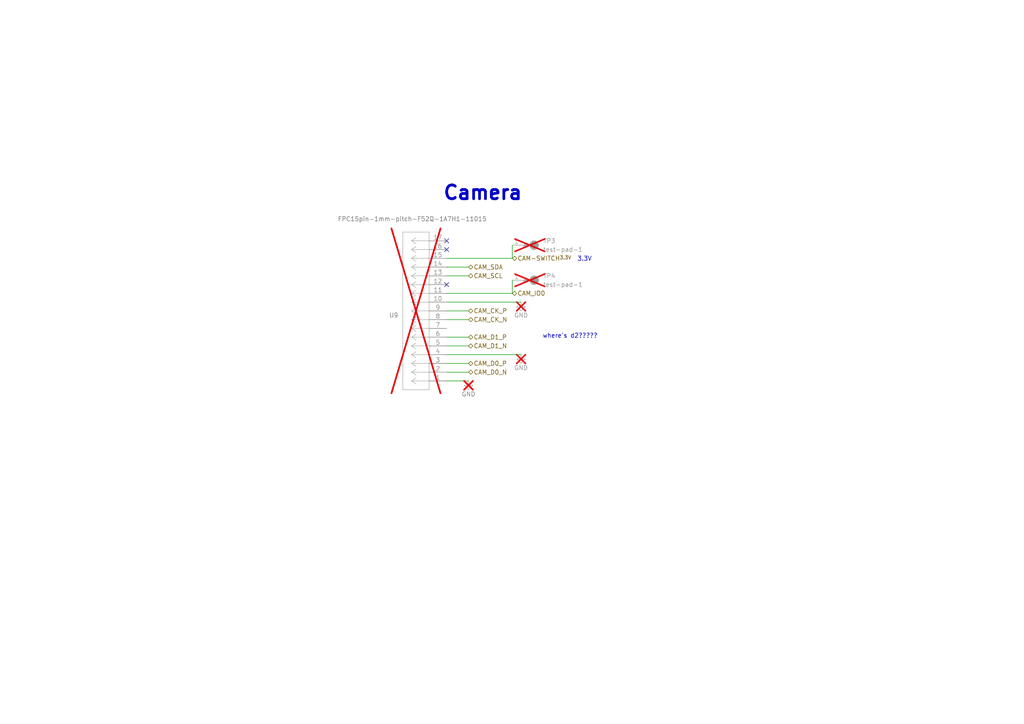
<source format=kicad_sch>
(kicad_sch (version 20250114) (generator "eeschema") (generator_version "9.0")
  (paper "A4")
  (lib_symbols
    (symbol "GND_1" (power) (pin_names (offset 0))
      (property "Value" "GND" (at 0 -3.81 0))
      (symbol "GND_1_0_1"
        (polyline (pts (xy 0 0) (xy 0 -1.27) (xy 1.27 -1.27) (xy 0 -2.54) (xy -1.27 -1.27) (xy 0 -1.27)))
      )
      (symbol "GND_1_1_1"
        (pin power_in line (at 0 0 270) (length 0) (hide yes) (name "GND") (number "1"))
      )
    )
    (symbol "GND_2" (power) (pin_names (offset 0))
      (property "Value" "GND" (at 0 -3.81 0))
      (symbol "GND_2_0_1"
        (polyline (pts (xy 0 0) (xy 0 -1.27) (xy 1.27 -1.27) (xy 0 -2.54) (xy -1.27 -1.27) (xy 0 -1.27)))
      )
      (symbol "GND_2_1_1"
        (pin power_in line (at 0 0 270) (length 0) (hide yes) (name "GND") (number "1"))
      )
    )
    (symbol "SPIRIT-components:FPC15pin-1mm-pitch-F52Q-1A7H1-11015"
      (property "Reference" "U" (at 0 0 0))
      (property "Value" "FPC15pin-1mm-pitch-F52Q-1A7H1-11015" (at 0 0 0))
      (symbol "FPC15pin-1mm-pitch-F52Q-1A7H1-11015_0_1"
        (polyline (pts (xy 1.27 -1.27) (xy 1.27 -46.99)) (stroke (width 0.127)))
        (polyline (pts (xy 1.27 -46.99) (xy 8.89 -46.99)) (stroke (width 0.127)))
        (polyline (pts (xy 6.35 -3.81) (xy 1.27 -3.81)) (stroke (width 0.127)))
        (polyline (pts (xy 6.35 -3.81) (xy 5.08 -2.9633)) (stroke (width 0.127)))
        (polyline (pts (xy 6.35 -3.81) (xy 5.08 -4.6567)) (stroke (width 0.127)))
        (polyline (pts (xy 6.35 -6.35) (xy 1.27 -6.35)) (stroke (width 0.127)))
        (polyline (pts (xy 6.35 -6.35) (xy 5.08 -5.5033)) (stroke (width 0.127)))
        (polyline (pts (xy 6.35 -6.35) (xy 5.08 -7.1967)) (stroke (width 0.127)))
        (polyline (pts (xy 6.35 -8.89) (xy 1.27 -8.89)) (stroke (width 0.127)))
        (polyline (pts (xy 6.35 -8.89) (xy 5.08 -8.0433)) (stroke (width 0.127)))
        (polyline (pts (xy 6.35 -8.89) (xy 5.08 -9.7367)) (stroke (width 0.127)))
        (polyline (pts (xy 6.35 -11.43) (xy 1.27 -11.43)) (stroke (width 0.127)))
        (polyline (pts (xy 6.35 -11.43) (xy 5.08 -10.5833)) (stroke (width 0.127)))
        (polyline (pts (xy 6.35 -11.43) (xy 5.08 -12.2767)) (stroke (width 0.127)))
        (polyline (pts (xy 6.35 -13.97) (xy 1.27 -13.97)) (stroke (width 0.127)))
        (polyline (pts (xy 6.35 -13.97) (xy 5.08 -13.1233)) (stroke (width 0.127)))
        (polyline (pts (xy 6.35 -13.97) (xy 5.08 -14.8167)) (stroke (width 0.127)))
        (polyline (pts (xy 6.35 -16.51) (xy 1.27 -16.51)) (stroke (width 0.127)))
        (polyline (pts (xy 6.35 -16.51) (xy 5.08 -15.6633)) (stroke (width 0.127)))
        (polyline (pts (xy 6.35 -16.51) (xy 5.08 -17.3567)) (stroke (width 0.127)))
        (polyline (pts (xy 6.35 -19.05) (xy 1.27 -19.05)) (stroke (width 0.127)))
        (polyline (pts (xy 6.35 -19.05) (xy 5.08 -18.2033)) (stroke (width 0.127)))
        (polyline (pts (xy 6.35 -19.05) (xy 5.08 -19.8967)) (stroke (width 0.127)))
        (polyline (pts (xy 6.35 -21.59) (xy 1.27 -21.59)) (stroke (width 0.127)))
        (polyline (pts (xy 6.35 -21.59) (xy 5.08 -20.7433)) (stroke (width 0.127)))
        (polyline (pts (xy 6.35 -21.59) (xy 5.08 -22.4367)) (stroke (width 0.127)))
        (polyline (pts (xy 6.35 -24.13) (xy 1.27 -24.13)) (stroke (width 0.127)))
        (polyline (pts (xy 6.35 -24.13) (xy 5.08 -23.2833)) (stroke (width 0.127)))
        (polyline (pts (xy 6.35 -24.13) (xy 5.08 -24.9767)) (stroke (width 0.127)))
        (polyline (pts (xy 6.35 -26.67) (xy 1.27 -26.67)) (stroke (width 0.127)))
        (polyline (pts (xy 6.35 -26.67) (xy 5.08 -25.8233)) (stroke (width 0.127)))
        (polyline (pts (xy 6.35 -26.67) (xy 5.08 -27.5167)) (stroke (width 0.127)))
        (polyline (pts (xy 6.35 -29.21) (xy 1.27 -29.21)) (stroke (width 0.127)))
        (polyline (pts (xy 6.35 -29.21) (xy 5.08 -28.3633)) (stroke (width 0.127)))
        (polyline (pts (xy 6.35 -29.21) (xy 5.08 -30.0567)) (stroke (width 0.127)))
        (polyline (pts (xy 6.35 -31.75) (xy 1.27 -31.75)) (stroke (width 0.127)))
        (polyline (pts (xy 6.35 -31.75) (xy 5.08 -30.9033)) (stroke (width 0.127)))
        (polyline (pts (xy 6.35 -31.75) (xy 5.08 -32.5967)) (stroke (width 0.127)))
        (polyline (pts (xy 6.35 -34.29) (xy 1.27 -34.29)) (stroke (width 0.127)))
        (polyline (pts (xy 6.35 -34.29) (xy 5.08 -33.4433)) (stroke (width 0.127)))
        (polyline (pts (xy 6.35 -34.29) (xy 5.08 -35.1367)) (stroke (width 0.127)))
        (polyline (pts (xy 6.35 -36.83) (xy 1.27 -36.83)) (stroke (width 0.127)))
        (polyline (pts (xy 6.35 -36.83) (xy 5.08 -35.9833)) (stroke (width 0.127)))
        (polyline (pts (xy 6.35 -36.83) (xy 5.08 -37.6767)) (stroke (width 0.127)))
        (polyline (pts (xy 6.35 -39.37) (xy 1.27 -39.37)) (stroke (width 0.127)))
        (polyline (pts (xy 6.35 -39.37) (xy 5.08 -38.5233)) (stroke (width 0.127)))
        (polyline (pts (xy 6.35 -39.37) (xy 5.08 -40.2167)) (stroke (width 0.127)))
        (polyline (pts (xy 6.35 -41.91) (xy 1.27 -41.91)) (stroke (width 0.127)))
        (polyline (pts (xy 6.35 -41.91) (xy 5.08 -41.0633)) (stroke (width 0.127)))
        (polyline (pts (xy 6.35 -41.91) (xy 5.08 -42.7567)) (stroke (width 0.127)))
        (polyline (pts (xy 6.35 -44.45) (xy 1.27 -44.45)) (stroke (width 0.127)))
        (polyline (pts (xy 6.35 -44.45) (xy 5.08 -43.6033)) (stroke (width 0.127)))
        (polyline (pts (xy 6.35 -44.45) (xy 5.08 -45.2967)) (stroke (width 0.127)))
        (polyline (pts (xy 8.89 -1.27) (xy 1.27 -1.27)) (stroke (width 0.127)))
        (polyline (pts (xy 8.89 -46.99) (xy 8.89 -1.27)) (stroke (width 0.127)))
        (pin unspecified line (at -3.81 -3.81 0) (length 5.08) (name "") (number "1"))
        (pin unspecified line (at -3.81 -6.35 0) (length 5.08) (name "") (number "2"))
        (pin unspecified line (at -3.81 -8.89 0) (length 5.08) (name "") (number "3"))
        (pin unspecified line (at -3.81 -11.43 0) (length 5.08) (name "") (number "4"))
        (pin unspecified line (at -3.81 -13.97 0) (length 5.08) (name "") (number "5"))
        (pin unspecified line (at -3.81 -16.51 0) (length 5.08) (name "") (number "6"))
        (pin unspecified line (at -3.81 -19.05 0) (length 5.08) (name "") (number "7"))
        (pin unspecified line (at -3.81 -21.59 0) (length 5.08) (name "") (number "8"))
        (pin unspecified line (at -3.81 -24.13 0) (length 5.08) (name "") (number "9"))
        (pin unspecified line (at -3.81 -26.67 0) (length 5.08) (name "") (number "10"))
        (pin unspecified line (at -3.81 -29.21 0) (length 5.08) (name "") (number "11"))
        (pin unspecified line (at -3.81 -31.75 0) (length 5.08) (name "") (number "12"))
        (pin unspecified line (at -3.81 -34.29 0) (length 5.08) (name "") (number "13"))
        (pin unspecified line (at -3.81 -36.83 0) (length 5.08) (name "") (number "14"))
        (pin unspecified line (at -3.81 -39.37 0) (length 5.08) (name "") (number "15"))
        (pin unspecified line (at -3.81 -41.91 0) (length 5.08) (name "") (number "16"))
        (pin unspecified line (at -3.81 -44.45 0) (length 5.08) (name "") (number "17"))
      )
    )
    (symbol "SPIRIT-components:test-pad-1"
      (property "Reference" "TP" (at 0 1.27 0))
      (property "Value" "test-pad-1" (at 0 3.81 0))
      (symbol "test-pad-1_0_1"
        (polyline (pts (xy 0 -1.27) (xy -3.81 -1.27)))
        (circle (center 0 -1.27) (radius 1.27) (fill (type outline)))
      )
      (symbol "test-pad-1_1_1"
        (pin passive line (at -6.35 -1.27 0) (length 2.54) (name "A") (number "1"))
      )
    )
    (symbol "power:GND" (power) (pin_names (offset 0))
      (property "Value" "GND" (at 0 -3.81 0))
      (symbol "GND_0_1"
        (polyline (pts (xy 0 0) (xy 0 -1.27) (xy 1.27 -1.27) (xy 0 -2.54) (xy -1.27 -1.27) (xy 0 -1.27)))
      )
      (symbol "GND_1_1"
        (pin power_in line (at 0 0 270) (length 0) (hide yes) (name "GND") (number "1"))
      )
    )
  )
  (text "Camera" (at 128.27 58.42 0) (effects (font (size 4 4) (thickness 0.8) (bold yes)) (justify left bottom)))
  (text "where's d2?????" (at 165.354 97.536 0) (effects (font (size 1.27 1.27))))
  (text "3.3V" (at 167.386 75.946 0) (effects (font (size 1.27 1.27)) (justify left bottom)))
  (no_connect (at 129.54 82.55))
  (no_connect (at 129.54 69.85))
  (no_connect (at 129.54 72.39))
  (wire (pts (xy 151.13 102.87) (xy 129.54 102.87)))
  (wire (pts (xy 129.54 105.41) (xy 135.89 105.41)))
  (wire (pts (xy 129.54 97.79) (xy 135.89 97.79)))
  (wire (pts (xy 148.59 81.28) (xy 148.59 85.09)))
  (wire (pts (xy 129.54 80.01) (xy 135.89 80.01)))
  (wire (pts (xy 129.54 74.93) (xy 148.59 74.93)))
  (wire (pts (xy 129.54 85.09) (xy 148.59 85.09)))
  (wire (pts (xy 129.54 110.49) (xy 135.89 110.49)))
  (wire (pts (xy 129.54 107.95) (xy 135.89 107.95)))
  (wire (pts (xy 148.59 71.12) (xy 148.59 74.93)))
  (wire (pts (xy 129.54 90.17) (xy 135.89 90.17)))
  (wire (pts (xy 129.54 100.33) (xy 135.89 100.33)))
  (wire (pts (xy 129.54 92.71) (xy 135.89 92.71)))
  (wire (pts (xy 129.54 77.47) (xy 135.89 77.47)))
  (wire (pts (xy 151.13 87.63) (xy 129.54 87.63)))
  (hierarchical_label "CAM_SDA" (shape bidirectional) (at 135.89 77.47 0))
  (hierarchical_label "CAM-SWITCH^{3.3V}" (shape bidirectional) (at 148.59 74.93 0))
  (hierarchical_label "CAM_SCL" (shape bidirectional) (at 135.89 80.01 0))
  (hierarchical_label "CAM_D1_N" (shape bidirectional) (at 135.89 100.33 0))
  (hierarchical_label "CAM_IO0" (shape bidirectional) (at 148.59 85.09 0))
  (hierarchical_label "CAM_D0_P" (shape bidirectional) (at 135.89 105.41 0))
  (hierarchical_label "CAM_CK_P" (shape bidirectional) (at 135.89 90.17 0))
  (hierarchical_label "CAM_CK_N" (shape bidirectional) (at 135.89 92.71 0))
  (hierarchical_label "CAM_D0_N" (shape bidirectional) (at 135.89 107.95 0))
  (hierarchical_label "CAM_D1_P" (shape bidirectional) (at 135.89 97.79 0))
  (symbol (lib_name "GND_2") (lib_id "power:GND") (at 151.13 87.63 0) (unit 1) (dnp yes)
    (property "Reference" "#PWR0126" (effects (hide yes)))
    (property "Value" "GND" (at 151.13 91.44 0))
  )
  (symbol (lib_name "GND_1") (lib_id "power:GND") (at 135.89 110.49 0) (unit 1) (dnp yes)
    (property "Reference" "#PWR0128" (effects (hide yes)))
    (property "Value" "GND" (at 135.89 114.3 0))
  )
  (symbol (lib_id "power:GND") (at 151.13 102.87 0) (unit 1) (dnp yes)
    (property "Reference" "#PWR0127" (effects (hide yes)))
    (property "Value" "GND" (at 151.13 106.68 0))
  )
  (symbol (lib_id "SPIRIT-components:FPC15pin-1mm-pitch-F52Q-1A7H1-11015") (at 125.73 114.3 180) (unit 1) (dnp yes)
    (property "Reference" "U9" (at 115.57 91.4401 0) (effects (justify left)))
    (property "Value" "FPC15pin-1mm-pitch-F52Q-1A7H1-11015" (at 141.224 63.5 0) (effects (justify left)))
    (property "Footprint" "SPIRIT-footprints:FPC15pin-1mm-pitch-CONN_F52Q-1A7H1-11015_AMP" (effects (hide yes)))
  )
  (symbol (lib_id "SPIRIT-components:test-pad-1") (at 154.94 69.85 0) (unit 1) (dnp yes)
    (property "Reference" "TP3" (at 157.48 69.8499 0) (effects (justify left)))
    (property "Value" "test-pad-1" (at 157.48 72.3899 0) (effects (justify left)))
    (property "Footprint" "SPIRIT-footprints:test-pad-1" (effects (hide yes)))
  )
  (symbol (lib_id "SPIRIT-components:test-pad-1") (at 154.94 80.01 0) (unit 1) (dnp yes)
    (property "Reference" "TP4" (at 157.48 80.0099 0) (effects (justify left)))
    (property "Value" "test-pad-1" (at 157.48 82.5499 0) (effects (justify left)))
    (property "Footprint" "SPIRIT-footprints:test-pad-1" (effects (hide yes)))
  )
)
</source>
